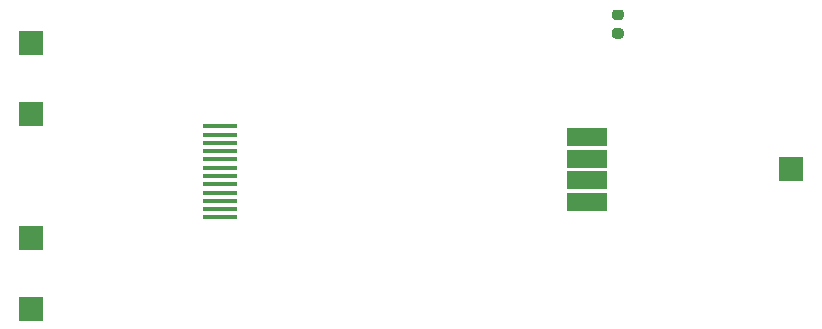
<source format=gbr>
%TF.GenerationSoftware,KiCad,Pcbnew,(5.1.12)-1*%
%TF.CreationDate,2022-11-12T21:15:41+01:00*%
%TF.ProjectId,NewmorphS3,4e65776d-6f72-4706-9853-332e6b696361,rev?*%
%TF.SameCoordinates,Original*%
%TF.FileFunction,Paste,Top*%
%TF.FilePolarity,Positive*%
%FSLAX46Y46*%
G04 Gerber Fmt 4.6, Leading zero omitted, Abs format (unit mm)*
G04 Created by KiCad (PCBNEW (5.1.12)-1) date 2022-11-12 21:15:41*
%MOMM*%
%LPD*%
G01*
G04 APERTURE LIST*
%ADD10R,3.000000X0.350000*%
%ADD11R,3.500000X1.524000*%
%ADD12R,2.000000X2.000000*%
G04 APERTURE END LIST*
D10*
%TO.C,U106*%
X73124000Y-74693800D03*
X73124000Y-75393800D03*
X73124000Y-76093800D03*
X73124000Y-76793800D03*
X73124000Y-77493800D03*
X73124000Y-78193800D03*
X73124000Y-78893800D03*
X73124000Y-79593800D03*
X73124000Y-80293800D03*
X73124000Y-80993800D03*
X73124000Y-81693800D03*
X73124000Y-82393800D03*
%TD*%
%TO.C,D102*%
G36*
G01*
X107063250Y-67265000D02*
X106550750Y-67265000D01*
G75*
G02*
X106332000Y-67046250I0J218750D01*
G01*
X106332000Y-66608750D01*
G75*
G02*
X106550750Y-66390000I218750J0D01*
G01*
X107063250Y-66390000D01*
G75*
G02*
X107282000Y-66608750I0J-218750D01*
G01*
X107282000Y-67046250D01*
G75*
G02*
X107063250Y-67265000I-218750J0D01*
G01*
G37*
G36*
G01*
X107063250Y-65690000D02*
X106550750Y-65690000D01*
G75*
G02*
X106332000Y-65471250I0J218750D01*
G01*
X106332000Y-65033750D01*
G75*
G02*
X106550750Y-64815000I218750J0D01*
G01*
X107063250Y-64815000D01*
G75*
G02*
X107282000Y-65033750I0J-218750D01*
G01*
X107282000Y-65471250D01*
G75*
G02*
X107063250Y-65690000I-218750J0D01*
G01*
G37*
%TD*%
D11*
%TO.C,U105*%
X104170000Y-75580000D03*
X104170000Y-77430000D03*
X104170000Y-79255000D03*
X104170000Y-81105000D03*
D12*
X121470000Y-78305000D03*
%TD*%
%TO.C,SW103*%
X57150000Y-67660000D03*
X57150000Y-73660000D03*
%TD*%
%TO.C,SW104*%
X57150000Y-90185000D03*
X57150000Y-84185000D03*
%TD*%
M02*

</source>
